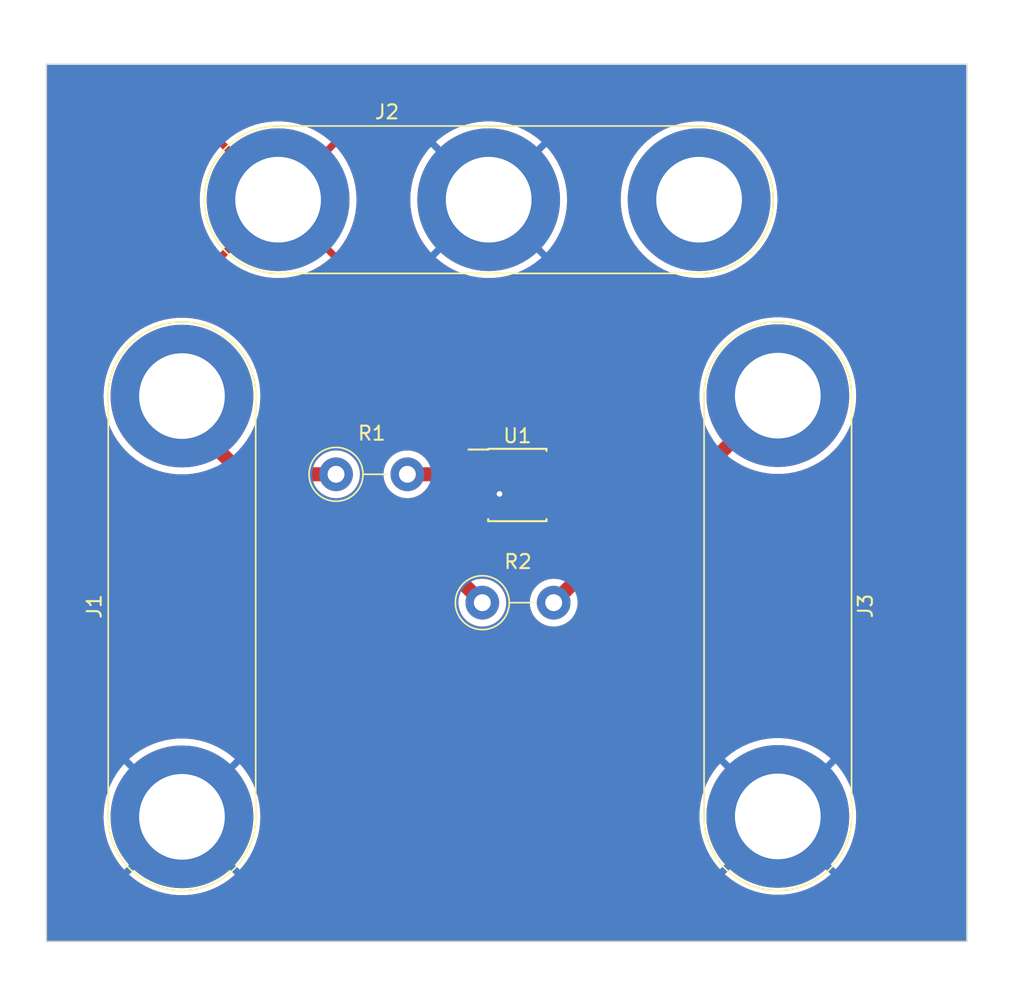
<source format=kicad_pcb>
(kicad_pcb (version 20221018) (generator pcbnew)
  (layers (0 "F.Cu" signal) (31 "B.Cu" signal) (34 "B.Paste" user) (35 "F.Paste" user) (36 "B.SilkS" user "B.Silkscreen") (37 "F.SilkS" user "F.Silkscreen") (38 "B.Mask" user) (39 "F.Mask" user) (44 "Edge.Cuts" user))
  (net 0 "")
  (net 1 "GND")
  (net 2 "Net-(J1-Pin_2)")
  (net 3 "-12V")
  (net 4 "+12V")
  (net 5 "Net-(J3-Pin_1)")
  (net 6 "Net-(U1--)")
  (footprint "Connector:Banana_Jack_2Pin" (layer "F.Cu") (at 177.546 123.204 90)
    (fp_text reference "J1" (at 14.985 -6.24 90) (layer "F.SilkS"))
    (fp_text value "Vin")
    (fp_line (start 0 5.25) (end 30 5.25) (stroke (width 0.12)) (layer "F.SilkS"))
    (fp_line (start 30 -5.25) (end 0 -5.25) (stroke (width 0.12)) (layer "F.SilkS"))
    (fp_arc (start 0 5.25) (mid -5.25 0) (end 0 -5.25) (stroke (width 0.12)) (layer "F.SilkS"))
    (fp_arc (start 30 -5.25) (mid 35.25 0) (end 30 5.25) (stroke (width 0.12)) (layer "F.SilkS"))
    (pad "1" thru_hole circle (at 0 0 90) (size 10.16 10.16) (drill 6.1) (layers "*.Cu" "*.Mask") (net 1 "GND"))
    (pad "2" thru_hole circle (at 29.97 0 90) (size 10.16 10.16) (drill 6.1) (layers "*.Cu" "*.Mask") (net 2 "Net-(J1-Pin_2)"))
  )
  (footprint "Connector:Banana_Jack_2Pin" (layer "F.Cu") (at 219.964 93.204 -90)
    (fp_text reference "J3" (at 14.985 -6.24 90) (layer "F.SilkS"))
    (fp_text value "Vout")
    (fp_line (start 0 5.25) (end 30 5.25) (stroke (width 0.12)) (layer "F.SilkS"))
    (fp_line (start 30 -5.25) (end 0 -5.25) (stroke (width 0.12)) (layer "F.SilkS"))
    (fp_arc (start 0 5.25) (mid -5.25 0) (end 0 -5.25) (stroke (width 0.12)) (layer "F.SilkS"))
    (fp_arc (start 30 -5.25) (mid 35.25 0) (end 30 5.25) (stroke (width 0.12)) (layer "F.SilkS"))
    (pad "1" thru_hole circle (at 0 0 270) (size 10.16 10.16) (drill 6.1) (layers "*.Cu" "*.Mask") (net 5 "Net-(J3-Pin_1)"))
    (pad "2" thru_hole circle (at 29.97 0 270) (size 10.16 10.16) (drill 6.1) (layers "*.Cu" "*.Mask") (net 1 "GND"))
  )
  (footprint "Package_SO:SOIC-8-N7_3.9x4.9mm_P1.27mm" (layer "F.Cu") (at 201.422 99.568)
    (fp_text reference "U1" (at 0 -3.5) (layer "F.SilkS"))
    (fp_text value "LM741")
    (fp_line (start -2.075 -2.575) (end -2.075 -2.525) (stroke (width 0.15)) (layer "F.SilkS"))
    (fp_line (start -2.075 -2.575) (end 2.075 -2.575) (stroke (width 0.15)) (layer "F.SilkS"))
    (fp_line (start -2.075 -2.525) (end -3.475 -2.525) (stroke (width 0.15)) (layer "F.SilkS"))
    (fp_line (start -2.075 2.575) (end -2.075 2.43) (stroke (width 0.15)) (layer "F.SilkS"))
    (fp_line (start -2.075 2.575) (end 2.075 2.575) (stroke (width 0.15)) (layer "F.SilkS"))
    (fp_line (start 2.075 -2.575) (end 2.075 -2.43) (stroke (width 0.15)) (layer "F.SilkS"))
    (fp_line (start 2.075 2.575) (end 2.075 2.43) (stroke (width 0.15)) (layer "F.SilkS"))
    (pad "1" smd rect (at -2.7 -1.905) (size 1.55 0.6) (layers "F.Cu" "F.Paste" "F.Mask"))
    (pad "2" smd rect (at -2.7 -0.635) (size 1.55 0.6) (layers "F.Cu" "F.Paste" "F.Mask") (net 6 "Net-(U1--)"))
    (pad "3" smd rect (at -2.7 0.635) (size 1.55 0.6) (layers "F.Cu" "F.Paste" "F.Mask") (net 1 "GND"))
    (pad "4" smd rect (at -2.7 1.905) (size 1.55 0.6) (layers "F.Cu" "F.Paste" "F.Mask") (net 3 "-12V"))
    (pad "5" smd rect (at 2.7 1.905) (size 1.55 0.6) (layers "F.Cu" "F.Paste" "F.Mask"))
    (pad "6" smd rect (at 2.7 0.635) (size 1.55 0.6) (layers "F.Cu" "F.Paste" "F.Mask") (net 5 "Net-(J3-Pin_1)"))
    (pad "8" smd rect (at 2.7 -1.905) (size 1.55 0.6) (layers "F.Cu" "F.Paste" "F.Mask"))
  )
  (footprint "Connector:Banana_Jack_3Pin" (layer "F.Cu") (at 184.39 79.248)
    (fp_text reference "J2" (at 7.75 -6.25) (layer "F.SilkS"))
    (fp_text value "Conn_01x03")
    (fp_line (start 0 5.25) (end 30 5.25) (stroke (width 0.12)) (layer "F.SilkS"))
    (fp_line (start 30 -5.25) (end 0 -5.25) (stroke (width 0.12)) (layer "F.SilkS"))
    (fp_arc (start 0 5.25) (mid -5.25 0) (end 0 -5.25) (stroke (width 0.12)) (layer "F.SilkS"))
    (fp_arc (start 30 -5.25) (mid 35.25 0) (end 30 5.25) (stroke (width 0.12)) (layer "F.SilkS"))
    (pad "1" thru_hole circle (at 0 0) (size 10.16 10.16) (drill 6.1) (layers "*.Cu" "*.Mask") (net 3 "-12V"))
    (pad "2" thru_hole circle (at 14.99 0) (size 10.16 10.16) (drill 6.1) (layers "*.Cu" "*.Mask") (net 1 "GND"))
    (pad "3" thru_hole circle (at 29.97 0) (size 10.16 10.16) (drill 6.1) (layers "*.Cu" "*.Mask") (net 4 "+12V"))
  )
  (footprint "Resistor_THT:R_Axial_DIN0411_L9.9mm_D3.6mm_P5.08mm_Vertical" (layer "F.Cu") (at 198.928 107.95)
    (fp_text reference "R2" (at 2.54 -2.92) (layer "F.SilkS"))
    (fp_text value "10k")
    (fp_line (start 1.92 0) (end 3.58 0) (stroke (width 0.12)) (layer "F.SilkS"))
    (fp_circle (center 0 0) (end 1.92 0) (stroke (width 0.12)) (fill none) (layer "F.SilkS"))
    (pad "1" thru_hole circle (at 0 0) (size 2.4 2.4) (drill 1.2) (layers "*.Cu" "*.Mask") (net 6 "Net-(U1--)"))
    (pad "2" thru_hole oval (at 5.08 0) (size 2.4 2.4) (drill 1.2) (layers "*.Cu" "*.Mask") (net 5 "Net-(J3-Pin_1)"))
  )
  (footprint "Resistor_THT:R_Axial_DIN0411_L9.9mm_D3.6mm_P5.08mm_Vertical" (layer "F.Cu") (at 188.514 98.806)
    (fp_text reference "R1" (at 2.54 -2.92) (layer "F.SilkS"))
    (fp_text value "1k")
    (fp_line (start 1.92 0) (end 3.58 0) (stroke (width 0.12)) (layer "F.SilkS"))
    (fp_circle (center 0 0) (end 1.92 0) (stroke (width 0.12)) (fill none) (layer "F.SilkS"))
    (pad "1" thru_hole circle (at 0 0) (size 2.4 2.4) (drill 1.2) (layers "*.Cu" "*.Mask") (net 2 "Net-(J1-Pin_2)"))
    (pad "2" thru_hole oval (at 5.08 0) (size 2.4 2.4) (drill 1.2) (layers "*.Cu" "*.Mask") (net 6 "Net-(U1--)"))
  )
  (gr_rect (start 167.894 69.596) (end 233.426 132.08) (stroke (width 0.1)) (fill none) (layer "Edge.Cuts"))
  (segment (start 200.152 100.203) (end 198.722 100.203) (width 1) (layer "F.Cu") (net 1))
  (via (at 200.152 100.203) (size 0.8) (drill 0.4) (layers "F.Cu" "B.Cu") (net 1))
  (segment (start 177.546 93.234) (end 177.546 94.488) (width 1) (layer "F.Cu") (net 2))
  (segment (start 181.864 98.806) (end 188.514 98.806) (width 1) (layer "F.Cu") (net 2))
  (segment (start 177.546 94.488) (end 181.864 98.806) (width 1) (layer "F.Cu") (net 2))
  (segment (start 205.232 100.203) (end 212.965 100.203) (width 1) (layer "F.Cu") (net 5))
  (segment (start 205.597 100.568) (end 205.232 100.203) (width 1) (layer "F.Cu") (net 5))
  (segment (start 204.122 100.203) (end 205.232 100.203) (width 1) (layer "F.Cu") (net 5))
  (segment (start 204.008 107.95) (end 205.597 106.361) (width 1) (layer "F.Cu") (net 5))
  (segment (start 205.597 106.361) (end 205.597 100.568) (width 1) (layer "F.Cu") (net 5))
  (segment (start 212.965 100.203) (end 219.964 93.204) (width 1) (layer "F.Cu") (net 5))
  (segment (start 197.104 98.806) (end 198.595 98.806) (width 1) (layer "F.Cu") (net 6))
  (segment (start 197.104 106.126) (end 198.928 107.95) (width 1) (layer "F.Cu") (net 6))
  (segment (start 197.104 98.806) (end 197.104 106.126) (width 1) (layer "F.Cu") (net 6))
  (segment (start 193.594 98.806) (end 197.104 98.806) (width 1) (layer "F.Cu") (net 6))
  (zone (net 3) (net_name "-12V") (layer "F.Cu") (connect_pads (clearance 0.5)) (min_thickness 0.25) (fill yes (thermal_gap 0.5) (thermal_bridge_width 0.5))
    (polygon (pts (xy 164.592 65.024) (xy 237.49 65.024) (xy 237.49 134.874) (xy 164.846 134.874) (xy 164.592 134.62)))
  )
  (zone (net 1) (net_name "GND") (layer "B.Cu") (connect_pads (clearance 0.5)) (min_thickness 0.25) (fill yes (thermal_gap 0.5) (thermal_bridge_width 0.5) (island_removal_mode 1) (island_area_min 10))
    (polygon (pts (xy 164.592 66.04) (xy 237.49 66.04) (xy 237.49 135.89) (xy 164.846 135.89) (xy 164.592 135.636)))
  )
)
</source>
